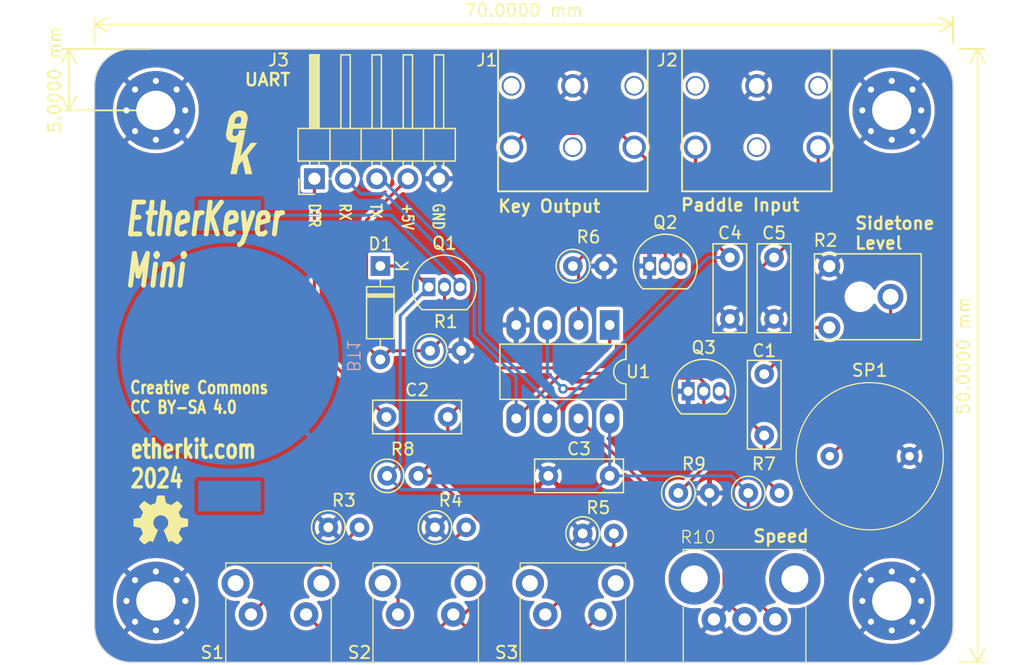
<source format=kicad_pcb>
(kicad_pcb (version 20221018) (generator pcbnew)
  (title_block (title "EtherKeyer Mini") (date "2024-01-03") (rev "A") (company "Etherkit LLC"))
  (layers (0 "F.Cu" signal) (31 "B.Cu" signal) (34 "B.Paste" user) (35 "F.Paste" user) (36 "B.SilkS" user "B.Silkscreen") (37 "F.SilkS" user "F.Silkscreen") (38 "B.Mask" user) (39 "F.Mask" user) (44 "Edge.Cuts" user))
  (net 0 "")
  (net 1 "Net-(BT1-+)")
  (net 2 "GND")
  (net 3 "Net-(Q3-D)")
  (net 4 "Net-(C1-Pad2)")
  (net 5 "Net-(U1-PB5{slash}RESET)")
  (net 6 "DTR")
  (net 7 "VDD")
  (net 8 "TX")
  (net 9 "RX")
  (net 10 "+5V")
  (net 11 "Net-(Q2-D)")
  (net 12 "Net-(Q2-G)")
  (net 13 "Net-(Q3-G)")
  (net 14 "Net-(R2-Pad2)")
  (net 15 "Net-(U1-PB2)")
  (net 16 "Net-(R3-Pad2)")
  (net 17 "Net-(R4-Pad2)")
  (net 18 "Net-(R5-Pad2)")
  (footprint "Resistor_THT:R_Axial_DIN0207_L6.3mm_D2.5mm_P2.54mm_Vertical" (layer "F.Cu") (at 139.8 89.5)
    (fp_text reference "R5" (at 1.27 -2.1) (layer "F.SilkS"))
    (fp_text value "100k")
    (pad "1" thru_hole circle (at 0 0) (size 1.6 1.6) (drill 0.8) (layers "*.Cu" "*.Mask") (net 2 "GND"))
    (pad "2" thru_hole oval (at 2.54 0) (size 1.6 1.6) (drill 0.8) (layers "*.Cu" "*.Mask") (net 18 "Net-(R5-Pad2)"))
  )
  (footprint "Package_TO_SOT_THT:TO-92_Inline" (layer "F.Cu") (at 127.26 69.4)
    (fp_text reference "Q1" (at 1.27 -3.56) (layer "F.SilkS"))
    (fp_text value "VP2106N3")
    (pad "1" thru_hole rect (at 0 0) (size 1.05 1.5) (drill 0.75) (layers "*.Cu" "*.Mask") (net 7 "VDD"))
    (pad "2" thru_hole oval (at 1.27 0) (size 1.05 1.5) (drill 0.75) (layers "*.Cu" "*.Mask") (net 10 "+5V"))
    (pad "3" thru_hole oval (at 2.54 0) (size 1.05 1.5) (drill 0.75) (layers "*.Cu" "*.Mask") (net 1 "Net-(BT1-+)"))
  )
  (footprint "MountingHole:MountingHole_3.2mm_M3_Pad_Via" (layer "F.Cu") (at 105 95 -90)
    (fp_text reference "H4" hide)
    (fp_text value "MountingHole_Pad" hide)
    (pad "1" thru_hole circle (at -2.4 0 270) (size 0.8 0.8) (drill 0.5) (layers "*.Cu" "*.Mask") (net 2 "GND"))
    (pad "1" thru_hole circle (at -1.697056 -1.697056 270) (size 0.8 0.8) (drill 0.5) (layers "*.Cu" "*.Mask") (net 2 "GND"))
    (pad "1" thru_hole circle (at -1.697056 1.697056 270) (size 0.8 0.8) (drill 0.5) (layers "*.Cu" "*.Mask") (net 2 "GND"))
    (pad "1" thru_hole circle (at 0 -2.4 270) (size 0.8 0.8) (drill 0.5) (layers "*.Cu" "*.Mask") (net 2 "GND"))
    (pad "1" thru_hole circle (at 0 0 270) (size 6.4 6.4) (drill 3.2) (layers "*.Cu" "*.Mask") (net 2 "GND"))
    (pad "1" thru_hole circle (at 0 2.4 270) (size 0.8 0.8) (drill 0.5) (layers "*.Cu" "*.Mask") (net 2 "GND"))
    (pad "1" thru_hole circle (at 1.697056 -1.697056 270) (size 0.8 0.8) (drill 0.5) (layers "*.Cu" "*.Mask") (net 2 "GND"))
    (pad "1" thru_hole circle (at 1.697056 1.697056 270) (size 0.8 0.8) (drill 0.5) (layers "*.Cu" "*.Mask") (net 2 "GND"))
    (pad "1" thru_hole circle (at 2.4 0 270) (size 0.8 0.8) (drill 0.5) (layers "*.Cu" "*.Mask") (net 2 "GND"))
  )
  (footprint "Diode_THT:D_DO-35_SOD27_P7.62mm_Horizontal" (layer "F.Cu") (at 123.3 67.69 -90)
    (fp_text reference "D1" (at -1.8 0) (layer "F.SilkS"))
    (fp_text value "1N5711")
    (fp_text user "K" (at 0 -1.8 90) (layer "F.SilkS"))
    (pad "1" thru_hole rect (at 0 0 270) (size 1.6 1.6) (drill 0.8) (layers "*.Cu" "*.Mask") (net 7 "VDD"))
    (pad "2" thru_hole oval (at 7.62 0 270) (size 1.6 1.6) (drill 0.8) (layers "*.Cu" "*.Mask") (net 10 "+5V"))
  )
  (footprint "Capacitor_THT:C_Rect_L7.0mm_W2.5mm_P5.00mm" (layer "F.Cu") (at 142 84.8 180)
    (fp_text reference "C3" (at 2.5 2.2) (layer "F.SilkS"))
    (fp_text value "100n")
    (pad "1" thru_hole circle (at 0 0 180) (size 1.6 1.6) (drill 0.8) (layers "*.Cu" "*.Mask") (net 7 "VDD"))
    (pad "2" thru_hole circle (at 5 0 180) (size 1.6 1.6) (drill 0.8) (layers "*.Cu" "*.Mask") (net 2 "GND"))
  )
  (footprint "Resistor_THT:R_Axial_DIN0207_L6.3mm_D2.5mm_P2.54mm_Vertical" (layer "F.Cu") (at 147.6 86.2)
    (fp_text reference "R9" (at 1.27 -2.37) (layer "F.SilkS"))
    (fp_text value "100k")
    (pad "1" thru_hole circle (at 0 0) (size 1.6 1.6) (drill 0.8) (layers "*.Cu" "*.Mask") (net 13 "Net-(Q3-G)"))
    (pad "2" thru_hole oval (at 2.54 0) (size 1.6 1.6) (drill 0.8) (layers "*.Cu" "*.Mask") (net 2 "GND"))
  )
  (footprint "Connector_PinHeader_2.54mm:PinHeader_1x05_P2.54mm_Horizontal" (layer "F.Cu") (at 117.925 60.575 90)
    (fp_text reference "J3" (at 9.675 -2.925) (layer "F.SilkS"))
    (fp_text value "UART" (at 8.075 -3.825) (layer "F.SilkS") (effects (font (thickness 0.2) bold)))
    (pad "1" thru_hole rect (at 0 0 90) (size 1.7 1.7) (drill 1) (layers "*.Cu" "*.Mask") (net 6 "DTR"))
    (pad "2" thru_hole oval (at 0 2.54 90) (size 1.7 1.7) (drill 1) (layers "*.Cu" "*.Mask") (net 9 "RX"))
    (pad "3" thru_hole oval (at 0 5.08 90) (size 1.7 1.7) (drill 1) (layers "*.Cu" "*.Mask") (net 8 "TX"))
    (pad "4" thru_hole oval (at 0 7.62 90) (size 1.7 1.7) (drill 1) (layers "*.Cu" "*.Mask") (net 10 "+5V"))
    (pad "5" thru_hole oval (at 0 10.16 90) (size 1.7 1.7) (drill 1) (layers "*.Cu" "*.Mask") (net 2 "GND"))
  )
  (footprint "Resistor_THT:R_Axial_DIN0207_L6.3mm_D2.5mm_P2.54mm_Vertical" (layer "F.Cu") (at 139 67.7)
    (fp_text reference "R6" (at 1.27 -2.37) (layer "F.SilkS"))
    (fp_text value "100k")
    (pad "1" thru_hole circle (at 0 0) (size 1.6 1.6) (drill 0.8) (layers "*.Cu" "*.Mask") (net 12 "Net-(Q2-G)"))
    (pad "2" thru_hole oval (at 2.54 0) (size 1.6 1.6) (drill 0.8) (layers "*.Cu" "*.Mask") (net 2 "GND"))
  )
  (footprint "Capacitor_THT:C_Rect_L7.0mm_W2.5mm_P5.00mm" (layer "F.Cu") (at 128.8 80 180)
    (fp_text reference "C2" (at 2.5 2.2) (layer "F.SilkS"))
    (fp_text value "100n")
    (pad "1" thru_hole circle (at 0 0 180) (size 1.6 1.6) (drill 0.8) (layers "*.Cu" "*.Mask") (net 5 "Net-(U1-PB5{slash}RESET)"))
    (pad "2" thru_hole circle (at 5 0 180) (size 1.6 1.6) (drill 0.8) (layers "*.Cu" "*.Mask") (net 6 "DTR"))
  )
  (footprint "MountingHole:MountingHole_3.2mm_M3_Pad_Via" (layer "F.Cu") (at 165 55 -90)
    (fp_text reference "H1" hide)
    (fp_text value "MountingHole_Pad" hide)
    (pad "1" thru_hole circle (at -2.4 0 270) (size 0.8 0.8) (drill 0.5) (layers "*.Cu" "*.Mask") (net 2 "GND"))
    (pad "1" thru_hole circle (at -1.697056 -1.697056 270) (size 0.8 0.8) (drill 0.5) (layers "*.Cu" "*.Mask") (net 2 "GND"))
    (pad "1" thru_hole circle (at -1.697056 1.697056 270) (size 0.8 0.8) (drill 0.5) (layers "*.Cu" "*.Mask") (net 2 "GND"))
    (pad "1" thru_hole circle (at 0 -2.4 270) (size 0.8 0.8) (drill 0.5) (layers "*.Cu" "*.Mask") (net 2 "GND"))
    (pad "1" thru_hole circle (at 0 0 270) (size 6.4 6.4) (drill 3.2) (layers "*.Cu" "*.Mask") (net 2 "GND"))
    (pad "1" thru_hole circle (at 0 2.4 270) (size 0.8 0.8) (drill 0.5) (layers "*.Cu" "*.Mask") (net 2 "GND"))
    (pad "1" thru_hole circle (at 1.697056 -1.697056 270) (size 0.8 0.8) (drill 0.5) (layers "*.Cu" "*.Mask") (net 2 "GND"))
    (pad "1" thru_hole circle (at 1.697056 1.697056 270) (size 0.8 0.8) (drill 0.5) (layers "*.Cu" "*.Mask") (net 2 "GND"))
    (pad "1" thru_hole circle (at 2.4 0 270) (size 0.8 0.8) (drill 0.5) (layers "*.Cu" "*.Mask") (net 2 "GND"))
  )
  (footprint "Resistor_THT:R_Axial_DIN0207_L6.3mm_D2.5mm_P2.54mm_Vertical" (layer "F.Cu") (at 119.06 89)
    (fp_text reference "R3" (at 1.27 -2.2) (layer "F.SilkS"))
    (fp_text value "10k")
    (pad "1" thru_hole circle (at 0 0) (size 1.6 1.6) (drill 0.8) (layers "*.Cu" "*.Mask") (net 2 "GND"))
    (pad "2" thru_hole oval (at 2.54 0) (size 1.6 1.6) (drill 0.8) (layers "*.Cu" "*.Mask") (net 16 "Net-(R3-Pad2)"))
  )
  (footprint "Package_TO_SOT_THT:TO-92_Inline" (layer "F.Cu") (at 148.4 77.9)
    (fp_text reference "Q3" (at 1.27 -3.56) (layer "F.SilkS"))
    (fp_text value "2N7000")
    (pad "1" thru_hole rect (at 0 0) (size 1.05 1.5) (drill 0.75) (layers "*.Cu" "*.Mask") (net 2 "GND"))
    (pad "2" thru_hole oval (at 1.27 0) (size 1.05 1.5) (drill 0.75) (layers "*.Cu" "*.Mask") (net 13 "Net-(Q3-G)"))
    (pad "3" thru_hole oval (at 2.54 0) (size 1.05 1.5) (drill 0.75) (layers "*.Cu" "*.Mask") (net 3 "Net-(Q3-D)"))
  )
  (footprint "Capacitor_THT:C_Rect_L7.0mm_W2.5mm_P5.00mm" (layer "F.Cu") (at 154.6 81.5 90)
    (fp_text reference "C1" (at 6.9 0) (layer "F.SilkS"))
    (fp_text value "100n")
    (pad "1" thru_hole circle (at 0 0 90) (size 1.6 1.6) (drill 0.8) (layers "*.Cu" "*.Mask") (net 3 "Net-(Q3-D)"))
    (pad "2" thru_hole circle (at 5 0 90) (size 1.6 1.6) (drill 0.8) (layers "*.Cu" "*.Mask") (net 4 "Net-(C1-Pad2)"))
  )
  (footprint "EtherkitKicadLibrary:OSHWLogo4mm" (layer "F.Cu") (at 105.4 88.4)
    (fp_text reference "SYM1" hide)
    (fp_text value "Logo_Open_Hardware_Small" hide)
  )
  (footprint "Resistor_THT:R_Axial_DIN0207_L6.3mm_D2.5mm_P2.54mm_Vertical" (layer "F.Cu") (at 153.3 86.2)
    (fp_text reference "R7" (at 1.27 -2.37) (layer "F.SilkS"))
    (fp_text value "10k")
    (pad "1" thru_hole circle (at 0 0) (size 1.6 1.6) (drill 0.8) (layers "*.Cu" "*.Mask") (net 7 "VDD"))
    (pad "2" thru_hole oval (at 2.54 0) (size 1.6 1.6) (drill 0.8) (layers "*.Cu" "*.Mask") (net 3 "Net-(Q3-D)"))
  )
  (footprint "Capacitor_THT:C_Rect_L7.0mm_W2.5mm_P5.00mm" (layer "F.Cu") (at 155.4 67 -90)
    (fp_text reference "C5" (at -2 0) (layer "F.SilkS"))
    (fp_text value "10n")
    (pad "1" thru_hole circle (at 0 0 270) (size 1.6 1.6) (drill 0.8) (layers "*.Cu" "*.Mask") (net 9 "RX"))
    (pad "2" thru_hole circle (at 5 0 270) (size 1.6 1.6) (drill 0.8) (layers "*.Cu" "*.Mask") (net 2 "GND"))
  )
  (footprint "EtherkitKicadLibrary:C&K_PTS645VH832LFS" (layer "F.Cu") (at 139 100)
    (fp_text reference "S3" (at -5.4 -0.8 unlocked) (layer "F.SilkS"))
    (fp_text value "PUSHBUTTON_TACTILE" hide)
    (pad "" thru_hole circle (at -3.5 -6.45) (size 2.3 2.3) (drill 1.3) (layers "*.Cu" "*.Mask"))
    (pad "" thru_hole circle (at 3.5 -6.45) (size 2.3 2.3) (drill 1.3) (layers "*.Cu" "*.Mask"))
    (pad "1" thru_hole circle (at -2.25 -3.9) (size 2 2) (drill 1) (layers "*.Cu" "*.Mask") (net 18 "Net-(R5-Pad2)"))
    (pad "2" thru_hole circle (at 2.25 -3.9) (size 2 2) (drill 1) (layers "*.Cu" "*.Mask") (net 5 "Net-(U1-PB5{slash}RESET)"))
  )
  (footprint "EtherkitKicadLibrary:PUI_AT-1224-TWT-12V-2-R" (layer "F.Cu") (at 163.2 83.2 90)
    (fp_text reference "SP1" (at 7 0 unlocked) (layer "F.SilkS"))
    (fp_text value "Speaker")
    (pad "1" thru_hole circle (at 0 -3.25 90) (size 1.5 1.5) (drill 0.7) (layers "*.Cu" "*.Mask") (net 14 "Net-(R2-Pad2)"))
    (pad "2" thru_hole circle (at 0 3.25 90) (size 1.5 1.5) (drill 0.7) (layers "*.Cu" "*.Mask") (net 2 "GND"))
  )
  (footprint "EtherkitKicadLibrary:Piher_N6L50T0C-103" (layer "F.Cu") (at 162.4 70.2 -90)
    (fp_text reference "R2" (at -4.6 2.8) (layer "F.SilkS"))
    (fp_text value "10k" hide)
    (pad "" np_thru_hole circle (at 0 0 270) (size 2 2) (drill 2) (layers "F&B.Cu" "*.Mask"))
    (pad "1" thru_hole circle (at 2.5 2.5 270) (size 1.8 1.8) (drill 1) (layers "*.Cu" "*.Mask") (net 4 "Net-(C1-Pad2)"))
    (pad "2" thru_hole circle (at 0 -2.5 270) (size 2.1 2.1) (drill 1.3) (layers "*.Cu" "*.Mask") (net 14 "Net-(R2-Pad2)"))
    (pad "3" thru_hole circle (at -2.5 2.5 270) (size 1.8 1.8) (drill 1) (layers "*.Cu" "*.Mask") (net 2 "GND"))
  )
  (footprint "EtherkitKicadLibrary:EtherkitLogoSmall" (layer "F.Cu") (at 112 57.6)
    (fp_text reference "G1" hide)
    (fp_text value "LOGO" hide)
  )
  (footprint "EtherkitKicadLibrary:Kycon_STX-3120-3B" (layer "F.Cu") (at 139 50 180)
    (fp_text reference "J1" (at 7 -0.9) (layer "F.SilkS"))
    (fp_text value "Key Output" hide)
    (pad "" np_thru_hole circle (at -5 -3 180) (size 1.6 1.6) (drill 1.3) (layers "F&B.Cu" "*.Mask"))
    (pad "" np_thru_hole circle (at 0.01 -8 180) (size 1.6 1.6) (drill 1.3) (layers "F&B.Cu" "*.Mask"))
    (pad "" np_thru_hole circle (at 5 -3 180) (size 1.6 1.6) (drill 1.3) (layers "F&B.Cu" "*.Mask"))
    (pad "R" thru_hole circle (at -5 -8 180) (size 1.9 1.9) (drill 1.3) (layers "*.Cu" "*.Mask") (net 11 "Net-(Q2-D)"))
    (pad "S" thru_hole circle (at 0 -3 180) (size 1.9 1.9) (drill 1.3) (layers "*.Cu" "*.Mask") (net 2 "GND"))
    (pad "T" thru_hole circle (at 5 -8 180) (size 1.9 1.9) (drill 1.3) (layers "*.Cu" "*.Mask") (net 11 "Net-(Q2-D)"))
  )
  (footprint "EtherkitKicadLibrary:Kycon_STX-3120-3B" (layer "F.Cu") (at 154 50 180)
    (fp_text reference "J2" (at 7.3 -0.9) (layer "F.SilkS"))
    (fp_text value "Paddle Input" hide)
    (pad "" np_thru_hole circle (at -5 -3 180) (size 1.6 1.6) (drill 1.3) (layers "F&B.Cu" "*.Mask"))
    (pad "" np_thru_hole circle (at 0.01 -8 180) (size 1.6 1.6) (drill 1.3) (layers "F&B.Cu" "*.Mask"))
    (pad "" np_thru_hole circle (at 5 -3 180) (size 1.6 1.6) (drill 1.3) (layers "F&B.Cu" "*.Mask"))
    (pad "R" thru_hole circle (at -5 -8 180) (size 1.9 1.9) (drill 1.3) (layers "*.Cu" "*.Mask") (net 9 "RX"))
    (pad "S" thru_hole circle (at 0 -3 180) (size 1.9 1.9) (drill 1.3) (layers "*.Cu" "*.Mask") (net 2 "GND"))
    (pad "T" thru_hole circle (at 5 -8 180) (size 1.9 1.9) (drill 1.3) (layers "*.Cu" "*.Mask") (net 8 "TX"))
  )
  (footprint "Resistor_THT:R_Axial_DIN0207_L6.3mm_D2.5mm_P2.54mm_Vertical" (layer "F.Cu") (at 127.76 89)
    (fp_text reference "R4" (at 1.27 -2.2) (layer "F.SilkS"))
    (fp_text value "22k")
    (pad "1" thru_hole circle (at 0 0) (size 1.6 1.6) (drill 0.8) (layers "*.Cu" "*.Mask") (net 2 "GND"))
    (pad "2" thru_hole oval (at 2.54 0) (size 1.6 1.6) (drill 0.8) (layers "*.Cu" "*.Mask") (net 17 "Net-(R4-Pad2)"))
  )
  (footprint "EtherkitKicadLibrary:C&K_PTS645VH832LFS" (layer "F.Cu") (at 115 100)
    (fp_text reference "S1" (at -5.4 -0.8 unlocked) (layer "F.SilkS"))
    (fp_text value "PUSHBUTTON_TACTILE" hide)
    (pad "" thru_hole circle (at -3.5 -6.45) (size 2.3 2.3) (drill 1.3) (layers "*.Cu" "*.Mask"))
    (pad "" thru_hole circle (at 3.5 -6.45) (size 2.3 2.3) (drill 1.3) (layers "*.Cu" "*.Mask"))
    (pad "1" thru_hole circle (at -2.25 -3.9) (size 2 2) (drill 1) (layers "*.Cu" "*.Mask") (net 16 "Net-(R3-Pad2)"))
    (pad "2" thru_hole circle (at 2.25 -3.9) (size 2 2) (drill 1) (layers "*.Cu" "*.Mask") (net 5 "Net-(U1-PB5{slash}RESET)"))
  )
  (footprint "Capacitor_THT:C_Rect_L7.0mm_W2.5mm_P5.00mm" (layer "F.Cu") (at 151.8 67 -90)
    (fp_text reference "C4" (at -2 0) (layer "F.SilkS"))
    (fp_text value "10n")
    (pad "1" thru_hole circle (at 0 0 270) (size 1.6 1.6) (drill 0.8) (layers "*.Cu" "*.Mask") (net 8 "TX"))
    (pad "2" thru_hole circle (at 5 0 270) (size 1.6 1.6) (drill 0.8) (layers "*.Cu" "*.Mask") (net 2 "GND"))
  )
  (footprint "EtherkitKicadLibrary:Bournes_PTV09A" (layer "F.Cu") (at 153 100)
    (fp_text reference "R10" (at -3.8 -10.2 unlocked) (layer "F.SilkS") (effects (font (thickness 0.1))))
    (fp_text value "100k" hide)
    (pad "" thru_hole circle (at -4.1 -6.8) (size 4.2 4.2) (drill 2.2) (layers "*.Cu" "*.Mask"))
    (pad "" thru_hole circle (at 4.1 -6.8) (size 4.2 4.2) (drill 2.2) (layers "*.Cu" "*.Mask"))
    (pad "1" thru_hole circle (at 2.5 -3.5) (size 2 2) (drill 1) (layers "*.Cu" "*.Mask") (net 7 "VDD"))
    (pad "2" thru_hole circle (at 0 -3.5) (size 2 2) (drill 1) (layers "*.Cu" "*.Mask") (net 15 "Net-(U1-PB2)"))
    (pad "3" thru_hole circle (at -2.5 -3.5) (size 2 2) (drill 1) (layers "*.Cu" "*.Mask") (net 2 "GND"))
  )
  (footprint "Resistor_THT:R_Axial_DIN0207_L6.3mm_D2.5mm_P2.54mm_Vertical" (layer "F.Cu") (at 127.36 74.6)
    (fp_text reference "R1" (at 1.27 -2.37) (layer "F.SilkS"))
    (fp_text value "10k")
    (pad "1" thru_hole circle (at 0 0) (size 1.6 1.6) (drill 0.8) (layers "*.Cu" "*.Mask") (net 10 "+5V"))
    (pad "2" thru_hole oval (at 2.54 0) (size 1.6 1.6) (drill 0.8) (layers "*.Cu" "*.Mask") (net 2 "GND"))
  )
  (footprint "MountingHole:MountingHole_3.2mm_M3_Pad_Via" (layer "F.Cu") (at 165 95 -90)
    (fp_text reference "H2" hide)
    (fp_text value "MountingHole_Pad" hide)
    (pad "1" thru_hole circle (at -2.4 0 270) (size 0.8 0.8) (drill 0.5) (layers "*.Cu" "*.Mask") (net 2 "GND"))
    (pad "1" thru_hole circle (at -1.697056 -1.697056 270) (size 0.8 0.8) (drill 0.5) (layers "*.Cu" "*.Mask") (net 2 "GND"))
    (pad "1" thru_hole circle (at -1.697056 1.697056 270) (size 0.8 0.8) (drill 0.5) (layers "*.Cu" "*.Mask") (net 2 "GND"))
    (pad "1" thru_hole circle (at 0 -2.4 270) (size 0.8 0.8) (drill 0.5) (layers "*.Cu" "*.Mask") (net 2 "GND"))
    (pad "1" thru_hole circle (at 0 0 270) (size 6.4 6.4) (drill 3.2) (layers "*.Cu" "*.Mask") (net 2 "GND"))
    (pad "1" thru_hole circle (at 0 2.4 270) (size 0.8 0.8) (drill 0.5) (layers "*.Cu" "*.Mask") (net 2 "GND"))
    (pad "1" thru_hole circle (at 1.697056 -1.697056 270) (size 0.8 0.8) (drill 0.5) (layers "*.Cu" "*.Mask") (net 2 "GND"))
    (pad "1" thru_hole circle (at 1.697056 1.697056 270) (size 0.8 0.8) (drill 0.5) (layers "*.Cu" "*.Mask") (net 2 "GND"))
    (pad "1" thru_hole circle (at 2.4 0 270) (size 0.8 0.8) (drill 0.5) (layers "*.Cu" "*.Mask") (net 2 "GND"))
  )
  (footprint "EtherkitKicadLibrary:C&K_PTS645VH832LFS" (layer "F.Cu") (at 127 100)
    (fp_text reference "S2" (at -5.4 -0.8 unlocked) (layer "F.SilkS"))
    (fp_text value "PUSHBUTTON_TACTILE" hide)
    (pad "" thru_hole circle (at -3.5 -6.45) (size 2.3 2.3) (drill 1.3) (layers "*.Cu" "*.Mask"))
    (pad "" thru_hole circle (at 3.5 -6.45) (size 2.3 2.3) (drill 1.3) (layers "*.Cu" "*.Mask"))
    (pad "1" thru_hole circle (at -2.25 -3.9) (size 2 2) (drill 1) (layers "*.Cu" "*.Mask") (net 17 "Net-(R4-Pad2)"))
    (pad "2" thru_hole circle (at 2.25 -3.9) (size 2 2) (drill 1) (layers "*.Cu" "*.Mask") (net 5 "Net-(U1-PB5{slash}RESET)"))
  )
  (footprint "MountingHole:MountingHole_3.2mm_M3_Pad_Via" (layer "F.Cu") (at 105 55 -90)
    (fp_text reference "H3" hide)
    (fp_text value "MountingHole_Pad" hide)
    (pad "1" thru_hole circle (at -2.4 0 270) (size 0.8 0.8) (drill 0.5) (layers "*.Cu" "*.Mask") (net 2 "GND"))
    (pad "1" thru_hole circle (at -1.697056 -1.697056 270) (size 0.8 0.8) (drill 0.5) (layers "*.Cu" "*.Mask") (net 2 "GND"))
    (pad "1" thru_hole circle (at -1.697056 1.697056 270) (size 0.8 0.8) (drill 0.5) (layers "*.Cu" "*.Mask") (net 2 "GND"))
    (pad "1" thru_hole circle (at 0 -2.4 270) (size 0.8 0.8) (drill 0.5) (layers "*.Cu" "*.Mask") (net 2 "GND"))
    (pad "1" thru_hole circle (at 0 0 270) (size 6.4 6.4) (drill 3.2) (layers "*.Cu" "*.Mask") (net 2 "GND"))
    (pad "1" thru_hole circle (at 0 2.4 270) (size 0.8 0.8) (drill 0.5) (layers "*.Cu" "*.Mask") (net 2 "GND"))
    (pad "1" thru_hole circle (at 1.697056 -1.697056 270) (size 0.8 0.8) (drill 0.5) (layers "*.Cu" "*.Mask") (net 2 "GND"))
    (pad "1" thru_hole circle (at 1.697056 1.697056 270) (size 0.8 0.8) (drill 0.5) (layers "*.Cu" "*.Mask") (net 2 "GND"))
    (pad "1" thru_hole circle (at 2.4 0 270) (size 0.8 0.8) (drill 0.5) (layers "*.Cu" "*.Mask") (net 2 "GND"))
  )
  (footprint "Resistor_THT:R_Axial_DIN0207_L6.3mm_D2.5mm_P2.54mm_Vertical" (layer "F.Cu") (at 123.855 84.8)
    (fp_text reference "R8" (at 1.27 -2.175) (layer "F.SilkS"))
    (fp_text value "10k")
    (pad "1" thru_hole circle (at 0 0) (size 1.6 1.6) (drill 0.8) (layers "*.Cu" "*.Mask") (net 7 "VDD"))
    (pad "2" thru_hole oval (at 2.54 0) (size 1.6 1.6) (drill 0.8) (layers "*.Cu" "*.Mask") (net 5 "Net-(U1-PB5{slash}RESET)"))
  )
  (footprint "Package_TO_SOT_THT:TO-92_Inline" (layer "F.Cu") (at 145.26 67.7)
    (fp_text reference "Q2" (at 1.27 -3.56) (layer "F.SilkS"))
    (fp_text value "2N7000")
    (pad "1" thru_hole rect (at 0 0) (size 1.05 1.5) (drill 0.75) (layers "*.Cu" "*.Mask") (net 2 "GND"))
    (pad "2" thru_hole oval (at 1.27 0) (size 1.05 1.5) (drill 0.75) (layers "*.Cu" "*.Mask") (net 12 "Net-(Q2-G)"))
    (pad "3" thru_hole oval (at 2.54 0) (size 1.05 1.5) (drill 0.75) (layers "*.Cu" "*.Mask") (net 11 "Net-(Q2-D)"))
  )
  (footprint "Package_DIP:DIP-8_W7.62mm_LongPads" (layer "F.Cu") (at 142 72.5 -90)
    (fp_text reference "U1" (at 3.81 -2.33 -180) (layer "F.SilkS"))
    (fp_text value "ATtiny85")
    (pad "1" thru_hole rect (at 0 0 270) (size 2.4 1.6) (drill 0.8) (layers "*.Cu" "*.Mask") (net 5 "Net-(U1-PB5{slash}RESET)"))
    (pad "2" thru_hole oval (at 0 2.54 270) (size 2.4 1.6) (drill 0.8) (layers "*.Cu" "*.Mask") (net 12 "Net-(Q2-G)"))
    (pad "3" thru_hole oval (at 0 5.08 270) (size 2.4 1.6) (drill 0.8) (layers "*.Cu" "*.Mask") (net 13 "Net-(Q3-G)"))
    (pad "4" thru_hole oval (at 0 7.62 270) (size 2.4 1.6) (drill 0.8) (layers "*.Cu" "*.Mask") (net 2 "GND"))
    (pad "5" thru_hole oval (at 7.62 7.62 270) (size 2.4 1.6) (drill 0.8) (layers "*.Cu" "*.Mask") (net 9 "RX"))
    (pad "6" thru_hole oval (at 7.62 5.08 270) (size 2.4 1.6) (drill 0.8) (layers "*.Cu" "*.Mask") (net 8 "TX"))
    (pad "7" thru_hole oval (at 7.62 2.54 270) (size 2.4 1.6) (drill 0.8) (layers "*.Cu" "*.Mask") (net 15 "Net-(U1-PB2)"))
    (pad "8" thru_hole oval (at 7.62 0 270) (size 2.4 1.6) (drill 0.8) (layers "*.Cu" "*.Mask") (net 7 "VDD"))
  )
  (footprint "EtherkitKicadLibrary:Linx_BAT-HLD-001" (layer "B.Cu") (at 111 75 90)
    (fp_text reference "BT1" (at 0 10.1 270 unlocked) (layer "B.SilkS") (effects (font (thickness 0.1)) (justify mirror)))
    (fp_text value "CR2032")
    (pad "1" smd rect (at -11.45 0 90) (size 2.5 5.1) (layers "B.Cu" "B.Paste" "B.Mask") (net 1 "Net-(BT1-+)"))
    (pad "1" smd rect (at 11.45 0 90) (size 2.5 5.1) (layers "B.Cu" "B.Paste" "B.Mask") (net 1 "Net-(BT1-+)"))
    (pad "2" smd circle (at 0 0 90) (size 17.8 17.8) (layers "B.Cu" "B.Paste" "B.Mask") (net 2 "GND"))
  )
  (gr_arc (start 170 97) (mid 169.12132 99.12132) (end 167 100) (stroke (width 0.1)) (layer "Edge.Cuts"))
  (gr_arc (start 167 50) (mid 169.12132 50.87868) (end 170 53) (stroke (width 0.1)) (layer "Edge.Cuts"))
  (gr_arc (start 100 53) (mid 100.87868 50.87868) (end 103 50) (stroke (width 0.1)) (layer "Edge.Cuts"))
  (gr_line (start 100 53) (end 100 97) (stroke (width 0.1)) (layer "Edge.Cuts"))
  (gr_line (start 170 53) (end 170 97) (stroke (width 0.1)) (layer "Edge.Cuts"))
  (gr_arc (start 103 100) (mid 100.87868 99.12132) (end 100 97) (stroke (width 0.1)) (layer "Edge.Cuts"))
  (gr_line (start 167 50) (end 103 50) (stroke (width 0.1)) (layer "Edge.Cuts"))
  (gr_line (start 103 100) (end 167 100) (stroke (width 0.1)) (layer "Edge.Cuts"))
  (gr_text "Rev A" (at 161.6 61.8) (layer "F.Cu" knockout) (effects (font (size 1.5 1.5) (thickness 0.3) bold) (justify left bottom)))
  (gr_text "DTR" (at 117.4 62.5 -90) (layer "F.SilkS") (effects (font (size 0.9 0.7)) (justify left bottom)))
  (gr_text "Paddle Input" (at 147.7 63.3) (layer "F.SilkS") (effects (font (size 1 1) (thickness 0.2) bold) (justify left bottom)))
  (gr_text "EtherKeyer\nMini" (at 102.3 69.6) (layer "F.SilkS") (effects (font (size 2.6 1.6) (thickness 0.4) bold italic) (justify left bottom)))
  (gr_text "etherkit.com\n2024" (at 102.8 85.9) (layer "F.SilkS") (effects (font (size 1.5 1.1) (thickness 0.275) bold) (justify left bottom)))
  (gr_text "TX" (at 122.4 62.5 -90) (layer "F.SilkS") (effects (font (size 0.9 0.7)) (justify left bottom)))
  (gr_text "RX" (at 119.9 62.5 -90) (layer "F.SilkS") (effects (font (size 0.9 0.7)) (justify left bottom)))
  (gr_text "GND" (at 127.5 62.5 -90) (layer "F.SilkS") (effects (font (size 0.9 0.7)) (justify left bottom)))
  (gr_text "Creative Commons\nCC BY-SA 4.0" (at 102.8 79.8) (layer "F.SilkS") (effects (font (size 1 0.8) (thickness 0.2) bold) (justify left bottom)))
  (gr_text "Sidetone\nLevel" (at 161.9 66.4) (layer "F.SilkS") (effects (font (size 1 1) (thickness 0.2) bold) (justify left bottom)))
  (gr_text "+5V" (at 125 62.5 -90) (layer "F.SilkS") (effects (font (size 0.9 0.7)) (justify left bottom)))
  (gr_text "Speed" (at 153.6 90.3) (layer "F.SilkS") (effects (font (size 1 1) (thickness 0.2) bold) (justify left bottom)))
  (gr_text "Key Output" (at 132.8 63.4) (layer "F.SilkS") (effects (font (size 1 1) (thickness 0.2) bold) (justify left bottom)))
  (dimension (type aligned) (layer "F.SilkS") (pts (xy 170 50) (xy 170 100)) (height -2) (gr_text "50.0000 mm" (at 170.85 75 90) (layer "F.SilkS") (effects (font (size 1 1) (thickness 0.15)))) (format (prefix "") (suffix "") (units 3) (units_format 1) (precision 4)) (style (thickness 0.15) (arrow_length 1.27) (text_position_mode 0) (extension_height 0.58642) (extension_offset 0.5) keep_text_aligned))
  (dimension (type aligned) (layer "F.SilkS") (pts (xy 100 50) (xy 170 50)) (height -2) (gr_text "70.0000 mm" (at 135 46.85) (layer "F.SilkS") (effects (font (size 1 1) (thickness 0.15)))) (format (prefix "") (suffix "") (units 3) (units_format 1) (precision 4)) (style (thickness 0.15) (arrow_length 1.27) (text_position_mode 0) (extension_height 0.58642) (extension_offset 0.5) keep_text_aligned))
  (dimension (type aligned) (layer "F.SilkS") (pts (xy 105 55) (xy 105 50)) (height -7.1) (gr_text "5.0000 mm" (at 96.75 52.5 90) (layer "F.SilkS") (effects (font (size 1 1) (thickness 0.15)))) (format (prefix "") (suffix "") (units 3) (units_format 1) (precision 4)) (style (thickness 0.15) (arrow_length 1.27) (text_position_mode 0) (extension_height 0.58642) (extension_offset 0.5) keep_text_aligned))
  (segment (start 124.175 63.55) (end 129.8 69.175) (width 0.25) (layer "B.Cu") (net 1))
  (segment (start 129.8 69.175) (end 129.8 69.4) (width 0.25) (layer "B.Cu") (net 1))
  (segment (start 111 63.55) (end 124.175 63.55) (width 0.25) (layer "B.Cu") (net 1))
  (segment (start 150.94 77.9) (end 151 77.9) (width 0.25) (layer "F.Cu") (net 3))
  (segment (start 154.6 84.96) (end 155.84 86.2) (width 0.25) (layer "F.Cu") (net 3))
  (segment (start 154.6 81.5) (end 154.6 84.96) (width 0.25) (layer "F.Cu") (net 3))
  (segment (start 151 77.9) (end 154.6 81.5) (width 0.25) (layer "F.Cu") (net 3))
  (segment (start 158.4 72.7) (end 154.6 76.5) (width 0.25) (layer "F.Cu") (net 4))
  (segment (start 159.9 72.7) (end 158.4 72.7) (width 0.25) (layer "F.Cu") (net 4))
  (segment (start 117.25 96.1) (end 118.575 97.425) (width 0.25) (layer "F.Cu") (net 5))
  (segment (start 132.8 76) (end 140.3 76) (width 0.25) (layer "F.Cu") (net 5))
  (segment (start 126.395 84.8) (end 127.690991 84.8) (width 0.25) (layer "F.Cu") (net 5))
  (segment (start 139.925 97.425) (end 141.25 96.1) (width 0.25) (layer "F.Cu") (net 5))
  (segment (start 127.690991 84.8) (end 132 89.109009) (width 0.25) (layer "F.Cu") (net 5))
  (segment (start 129.25 96.1) (end 130.575 97.425) (width 0.25) (layer "F.Cu") (net 5))
  (segment (start 127.925 97.425) (end 129.25 96.1) (width 0.25) (layer "F.Cu") (net 5))
  (segment (start 128.8 82.395) (end 126.395 84.8) (width 0.25) (layer "F.Cu") (net 5))
  (segment (start 118.575 97.425) (end 127.925 97.425) (width 0.25) (layer "F.Cu") (net 5))
  (segment (start 140.3 76) (end 142 74.3) (width 0.25) (layer "F.Cu") (net 5))
  (segment (start 142 74.3) (end 142 72.5) (width 0.25) (layer "F.Cu") (net 5))
  (segment (start 130.575 97.425) (end 139.925 97.425) (width 0.25) (layer "F.Cu") (net 5))
  (segment (start 132 94.2) (end 130.1 96.1) (width 0.25) (layer "F.Cu") (net 5))
  (segment (start 132 89.109009) (end 132 94.2) (width 0.25) (layer "F.Cu") (net 5))
  (segment (start 128.8 80) (end 128.8 82.395) (width 0.25) (layer "F.Cu") (net 5))
  (segment (start 130.1 96.1) (end 129.25 96.1) (width 0.25) (layer "F.Cu") (net 5))
  (segment (start 128.8 80) (end 132.8 76) (width 0.25) (layer "F.Cu") (net 5))
  (segment (start 117.925 74.125) (end 123.8 80) (width 0.25) (layer "F.Cu") (net 6))
  (segment (start 117.925 60.575) (end 117.925 74.125) (width 0.25) (layer "F.Cu") (net 6))
  (segment (start 155.5 96.5) (end 153.3 94.3) (width 0.25) (layer "F.Cu") (net 7))
  (segment (start 125.55 67.69) (end 127.26 69.4) (width 0.25) (layer "F.Cu") (net 7))
  (segment (start 123.3 67.69) (end 125.55 67.69) (width 0.25) (layer "F.Cu") (net 7))
  (segment (start 153.3 94.3) (end 153.3 86.2) (width 0.25) (layer "F.Cu") (net 7))
  (segment (start 124.925 83.73) (end 124.925 71.735) (width 0.25) (layer "B.Cu") (net 7))
  (segment (start 142 84.8) (end 151.9 84.8) (width 0.25) (layer "B.Cu") (net 7))
  (segment (start 151.9 84.8) (end 153.3 86.2) (width 0.25) (layer "B.Cu") (net 7))
  (segment (start 124.98 85.925) (end 140.875 85.925) (width 0.25) (layer "B.Cu") (net 7))
  (segment (start 140.875 85.925) (end 142 84.8) (width 0.25) (layer "B.Cu") (net 7))
  (segment (start 142 80.12) (end 142 84.8) (width 0.25) (layer "B.Cu") (net 7))
  (segment (start 123.855 84.8) (end 124.925 83.73) (width 0.25) (layer "B.Cu") (net 7))
  (segment (start 124.925 71.735) (end 127.26 69.4) (width 0.25) (layer "B.Cu") (net 7))
  (segment (start 123.855 84.8) (end 124.98 85.925) (width 0.25) (layer "B.Cu") (net 7))
  (segment (start 149 58) (end 149 64.2) (width 0.25) (layer "F.Cu") (net 8))
  (segment (start 149 64.2) (end 151.8 67) (width 0.25) (layer "F.Cu") (net 8))
  (segment (start 123.375 60.575) (end 123.005 60.575) (width 0.25) (layer "B.Cu") (net 8))
  (segment (start 150.04 67) (end 151.8 67) (width 0.25) (layer "B.Cu") (net 8))
  (segment (start 131.4 73.15) (end 131.4 68.6) (width 0.25) (layer "B.Cu") (net 8))
  (segment (start 136.92 78.67) (end 131.4 73.15) (width 0.25) (layer "B.Cu") (net 8))
  (segment (start 136.92 80.12) (end 136.92 78.67) (width 0.25) (layer "B.Cu") (net 8))
  (segment (start 131.4 68.6) (end 123.375 60.575) (width 0.25) (layer "B.Cu") (net 8))
  (segment (start 136.92 80.12) (end 150.04 67) (width 0.25) (layer "B.Cu") (net 8))
  (segment (start 138.05 76.45) (end 145.75 76.45) (width 0.25) (layer "F.Cu") (net 9))
  (segment (start 145.75 76.45) (end 155.2 67) (width 0.25) (layer "F.Cu") (net 9))
  (segment (start 159 58) (end 159 63.4) (width 0.25) (layer "F.Cu") (net 9))
  (segment (start 134.38 80.12) (end 138.05 76.45) (width 0.25) (layer "F.Cu") (net 9))
  (segment (start 155.2 67) (end 155.4 67) (width 0.25) (layer "F.Cu") (net 9))
  (segment (start 159 63.4) (end 155.4 67) (width 0.25) (layer "F.Cu") (net 9))
  (segment (start 121.69 61.8) (end 120.465 60.575) (width 0.25) (layer "B.Cu") (net 9))
  (segment (start 123.7 61.8) (end 121.69 61.8) (width 0.25) (layer "B.Cu") (net 9))
  (segment (start 134.38 80.12) (end 134.38 76.766396) (width 0.25) (layer "B.Cu") (net 9))
  (segment (start 130.95 73.336396) (end 130.95 69.05) (width 0.25) (layer "B.Cu") (net 9))
  (segment (start 134.38 76.766396) (end 130.95 73.336396) (width 0.25) (layer "B.Cu") (net 9))
  (segment (start 130.95 69.05) (end 123.7 61.8) (width 0.25) (layer "B.Cu") (net 9))
  (segment (start 124.01 74.6) (end 123.3 75.31) (width 0.25) (layer "F.Cu") (net 10))
  (segment (start 127.36 74.6) (end 124.01 74.6) (width 0.25) (layer "F.Cu") (net 10))
  (segment (start 128.53 73.43) (end 127.36 74.6) (width 0.25) (layer "F.Cu") (net 10))
  (segment (start 125.545 60.575) (end 122.175 63.945) (width 0.25) (layer "F.Cu") (net 10))
  (segment (start 122.175 63.945) (end 122.175 74.185) (width 0.25) (layer "F.Cu") (net 10))
  (segment (start 122.175 74.185) (end 123.3 75.31) (width 0.25) (layer "F.Cu") (net 10))
  (segment (start 128.53 69.4) (end 128.53 73.43) (width 0.25) (layer "F.Cu") (net 10))
  (segment (start 134 58) (end 135.125 56.875) (width 0.25) (layer "F.Cu") (net 11))
  (segment (start 147.8 61.8) (end 144 58) (width 0.25) (layer "F.Cu") (net 11))
  (segment (start 135.125 56.875) (end 142.875 56.875) (width 0.25) (layer "F.Cu") (net 11))
  (segment (start 147.8 67.7) (end 147.8 61.8) (width 0.25) (layer "F.Cu") (net 11))
  (segment (start 142.875 56.875) (end 144 58) (width 0.25) (layer "F.Cu") (net 11))
  (segment (start 139 67.7) (end 140.125 66.575) (width 0.25) (layer "F.Cu") (net 12))
  (segment (start 139.46 72.5) (end 139.46 68.16) (width 0.25) (layer "F.Cu") (net 12))
  (segment (start 140.125 66.575) (end 146.405 66.575) (width 0.25) (layer "F.Cu") (net 12))
  (segment (start 146.405 66.575) (end 146.53 66.7) (width 0.25) (layer "F.Cu") (net 12))
  (segment (start 139.46 68.16) (end 139 67.7) (width 0.25) (layer "F.Cu") (net 12))
  (segment (start 146.53 66.7) (end 146.53 67.7) (width 0.25) (layer "F.Cu") (net 12))
  (segment (start 146.675 77.7) (end 147.55 76.825) (width 0.25) (layer "F.Cu") (net 13))
  (segment (start 147.55 76.825) (end 149.325 76.825) (width 0.25) (layer "F.Cu") (net 13))
  (segment (start 138.2 77.7) (end 146.675 77.7) (width 0.25) (layer "F.Cu") (net 13))
  (segment (start 149.67 84.13) (end 149.67 77.9) (width 0.25) (layer "F.Cu") (net 13))
  (segment (start 149.67 77.17) (end 149.67 77.9) (width 0.25) (layer "F.Cu") (net 13))
  (segment (start 149.325 76.825) (end 149.67 77.17) (width 0.25) (layer "F.Cu") (net 13))
  (segment (start 147.6 86.2) (end 149.67 84.13) (width 0.25) (layer "F.Cu") (net 13))
  (via (at 138.2 77.7) (size 0.8) (drill 0.4) (layers "F.Cu" "B.Cu") (net 13))
  (segment (start 136.92 72.5) (end 136.92 76.42) (width 0.25) (layer "B.Cu") (net 13))
  (segment (start 136.92 76.42) (end 138.2 77.7) (width 0.25) (layer "B.Cu") (net 13))
  (segment (start 164.9 70.2) (end 164.9 78.25) (width 0.25) (layer "F.Cu") (net 14))
  (segment (start 164.9 78.25) (end 159.95 83.2) (width 0.25) (layer "F.Cu") (net 14))
  (segment (start 151.325 91.985) (end 151.325 94.825) (width 0.25) (layer "F.Cu") (net 15))
  (segment (start 151.325 94.825) (end 153 96.5) (width 0.25) (layer "F.Cu") (net 15))
  (segment (start 139.46 80.12) (end 151.325 91.985) (width 0.25) (layer "F.Cu") (net 15))
  (segment (start 116.775 92.075) (end 118.525 92.075) (width 0.25) (layer "F.Cu") (net 16))
  (segment (start 112.75 96.1) (end 116.775 92.075) (width 0.25) (layer "F.Cu") (net 16))
  (segment (start 118.525 92.075) (end 121.6 89) (width 0.25) (layer "F.Cu") (net 16))
  (segment (start 124.75 94.55) (end 130.3 89) (width 0.25) (layer "F.Cu") (net 17))
  (segment (start 124.75 96.1) (end 124.75 94.55) (width 0.25) (layer "F.Cu") (net 17))
  (segment (start 142.34 90.51) (end 142.34 89.5) (width 0.25) (layer "F.Cu") (net 18))
  (segment (start 136.75 96.1) (end 142.34 90.51) (width 0.25) (layer "F.Cu") (net 18))
  (zone (net 2) (net_name "GND") (layers "F&B.Cu") (connect_pads (clearance 0.3)) (min_thickness 0.25) (fill yes (thermal_gap 0.3) (thermal_bridge_width 0.4) (smoothing chamfer) (radius 0.2))
    (polygon (pts (xy 170 50) (xy 170 100) (xy 100 100) (xy 100 50)))
  )
)
</source>
